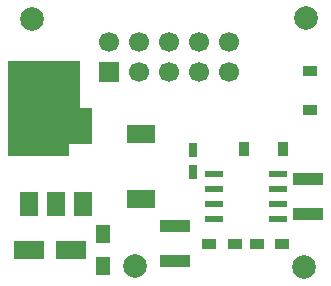
<source format=gbr>
G04 #@! TF.GenerationSoftware,KiCad,Pcbnew,(5.1.5)-3*
G04 #@! TF.CreationDate,2020-11-29T18:58:37+00:00*
G04 #@! TF.ProjectId,Retrospector_Power_Test_LM2675,52657472-6f73-4706-9563-746f725f506f,rev?*
G04 #@! TF.SameCoordinates,Original*
G04 #@! TF.FileFunction,Soldermask,Top*
G04 #@! TF.FilePolarity,Negative*
%FSLAX46Y46*%
G04 Gerber Fmt 4.6, Leading zero omitted, Abs format (unit mm)*
G04 Created by KiCad (PCBNEW (5.1.5)-3) date 2020-11-29 18:58:37*
%MOMM*%
%LPD*%
G04 APERTURE LIST*
%ADD10C,0.100000*%
%ADD11R,2.500000X1.000000*%
%ADD12R,1.550000X0.600000*%
%ADD13R,2.400000X1.500000*%
%ADD14C,1.700000*%
%ADD15R,1.700000X1.700000*%
%ADD16R,3.800000X2.000000*%
%ADD17R,1.500000X2.000000*%
%ADD18R,1.200000X0.900000*%
%ADD19R,0.900000X1.200000*%
%ADD20R,0.750000X1.200000*%
%ADD21C,2.000000*%
%ADD22R,1.300000X1.500000*%
%ADD23R,2.600000X1.600000*%
G04 APERTURE END LIST*
D10*
G36*
X91000000Y-59000000D02*
G01*
X92000000Y-59000000D01*
X92000000Y-62000000D01*
X90000000Y-62000000D01*
X90000000Y-63000000D01*
X85000000Y-63000000D01*
X85000000Y-55000000D01*
X91000000Y-55000000D01*
X91000000Y-59000000D01*
G37*
X91000000Y-59000000D02*
X92000000Y-59000000D01*
X92000000Y-62000000D01*
X90000000Y-62000000D01*
X90000000Y-63000000D01*
X85000000Y-63000000D01*
X85000000Y-55000000D01*
X91000000Y-55000000D01*
X91000000Y-59000000D01*
D11*
X99100000Y-69000000D03*
X99100000Y-72000000D03*
X110400000Y-68000000D03*
X110400000Y-65000000D03*
D12*
X102400000Y-64595000D03*
X102400000Y-65865000D03*
X102400000Y-67135000D03*
X102400000Y-68405000D03*
X107800000Y-68405000D03*
X107800000Y-67135000D03*
X107800000Y-65865000D03*
X107800000Y-64595000D03*
D13*
X96200000Y-61250000D03*
X96200000Y-66750000D03*
D14*
X103660000Y-53460000D03*
X103660000Y-56000000D03*
X101120000Y-53460000D03*
X101120000Y-56000000D03*
X98580000Y-53460000D03*
X98580000Y-56000000D03*
X96040000Y-53460000D03*
X96040000Y-56000000D03*
X93500000Y-53460000D03*
D15*
X93500000Y-56000000D03*
D16*
X89000000Y-60850000D03*
D17*
X89000000Y-67150000D03*
X91300000Y-67150000D03*
X86700000Y-67150000D03*
D18*
X106000000Y-70500000D03*
X108200000Y-70500000D03*
X102000000Y-70500000D03*
X104200000Y-70500000D03*
D19*
X108250000Y-62500000D03*
X104950000Y-62500000D03*
D20*
X100600000Y-62550000D03*
X100600000Y-64450000D03*
D21*
X110200000Y-51400000D03*
X95700000Y-72400000D03*
X110000000Y-72500000D03*
X87000000Y-51500000D03*
D22*
X93000000Y-72350000D03*
X93000000Y-69650000D03*
D18*
X110500000Y-59150000D03*
X110500000Y-55850000D03*
D23*
X90300000Y-71000000D03*
X86700000Y-71000000D03*
M02*

</source>
